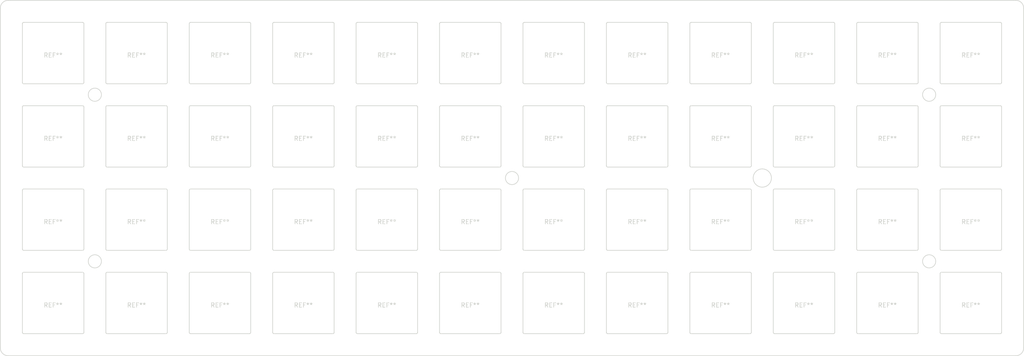
<source format=kicad_pcb>
(kicad_pcb (version 20171130) (host pcbnew 5.0.1)

  (general
    (thickness 1.6)
    (drawings 14)
    (tracks 0)
    (zones 0)
    (modules 48)
    (nets 1)
  )

  (page A4)
  (title_block
    (title SharkPCB)
    (date 2019-02-10)
    (rev V3.0.7)
    (company "Gondolin Electronics")
  )

  (layers
    (0 F.Cu signal)
    (31 B.Cu signal)
    (32 B.Adhes user hide)
    (33 F.Adhes user)
    (34 B.Paste user hide)
    (35 F.Paste user hide)
    (36 B.SilkS user)
    (37 F.SilkS user)
    (38 B.Mask user hide)
    (39 F.Mask user hide)
    (40 Dwgs.User user)
    (41 Cmts.User user)
    (42 Eco1.User user)
    (43 Eco2.User user)
    (44 Edge.Cuts user)
    (45 Margin user hide)
    (46 B.CrtYd user hide)
    (47 F.CrtYd user hide)
    (48 B.Fab user hide)
    (49 F.Fab user hide)
  )

  (setup
    (last_trace_width 0.254)
    (trace_clearance 0.13)
    (zone_clearance 0.127)
    (zone_45_only no)
    (trace_min 0.1)
    (segment_width 0.15)
    (edge_width 0.15)
    (via_size 0.45)
    (via_drill 0.2)
    (via_min_size 0.45)
    (via_min_drill 0.2)
    (uvia_size 0.45)
    (uvia_drill 0.2)
    (uvias_allowed no)
    (uvia_min_size 0.2)
    (uvia_min_drill 0.1)
    (pcb_text_width 0.3)
    (pcb_text_size 1.5 1.5)
    (mod_edge_width 0.15)
    (mod_text_size 1 1)
    (mod_text_width 0.15)
    (pad_size 1 2.2)
    (pad_drill 0.6)
    (pad_to_mask_clearance 0.051)
    (solder_mask_min_width 0.25)
    (aux_axis_origin 0 0)
    (grid_origin 148.463 102.743)
    (visible_elements FFFFFF7F)
    (pcbplotparams
      (layerselection 0x018f0_ffffffff)
      (usegerberextensions true)
      (usegerberattributes false)
      (usegerberadvancedattributes false)
      (creategerberjobfile false)
      (excludeedgelayer true)
      (linewidth 0.100000)
      (plotframeref false)
      (viasonmask false)
      (mode 1)
      (useauxorigin false)
      (hpglpennumber 1)
      (hpglpenspeed 20)
      (hpglpendiameter 15.000000)
      (psnegative false)
      (psa4output false)
      (plotreference true)
      (plotvalue true)
      (plotinvisibletext false)
      (padsonsilk false)
      (subtractmaskfromsilk false)
      (outputformat 1)
      (mirror false)
      (drillshape 0)
      (scaleselection 1)
      (outputdirectory "../../gerbers/fullGrid/"))
  )

  (net 0 "")

  (net_class Default "This is the default net class."
    (clearance 0.13)
    (trace_width 0.254)
    (via_dia 0.45)
    (via_drill 0.2)
    (uvia_dia 0.45)
    (uvia_drill 0.2)
  )

  (net_class Fine ""
    (clearance 0.13)
    (trace_width 0.13)
    (via_dia 0.508)
    (via_drill 0.2032)
    (uvia_dia 0.45)
    (uvia_drill 0.2)
  )

  (module switchSlots:slot100 (layer F.Cu) (tedit 5C648BB5) (tstamp 5C70FF96)
    (at 233.963 131.243)
    (fp_text reference REF** (at 0 0.5) (layer Edge.Cuts)
      (effects (font (size 1 1) (thickness 0.15)))
    )
    (fp_text value slot100 (at 0 -0.5) (layer F.Fab)
      (effects (font (size 1 1) (thickness 0.15)))
    )
    (fp_line (start 6.7 -7) (end -6.7 -7) (layer Edge.Cuts) (width 0.15))
    (fp_line (start -7 -6.7) (end -7 6.7) (layer Edge.Cuts) (width 0.15))
    (fp_line (start -6.7 7) (end 6.7 7) (layer Edge.Cuts) (width 0.15))
    (fp_line (start 7 6.7) (end 7 -6.7) (layer Edge.Cuts) (width 0.15))
    (fp_arc (start -6.7 -6.7) (end -6.7 -7) (angle -90) (layer Edge.Cuts) (width 0.15))
    (fp_arc (start 6.7 -6.7) (end 7 -6.7) (angle -90) (layer Edge.Cuts) (width 0.15))
    (fp_arc (start 6.7 6.7) (end 6.7 7) (angle -90) (layer Edge.Cuts) (width 0.15))
    (fp_arc (start -6.7 6.7) (end -7 6.7) (angle -90) (layer Edge.Cuts) (width 0.15))
  )

  (module switchSlots:slot100 (layer F.Cu) (tedit 5C648BB5) (tstamp 5C70FF8B)
    (at 233.963 112.243)
    (fp_text reference REF** (at 0 0.5) (layer Edge.Cuts)
      (effects (font (size 1 1) (thickness 0.15)))
    )
    (fp_text value slot100 (at 0 -0.5) (layer F.Fab)
      (effects (font (size 1 1) (thickness 0.15)))
    )
    (fp_arc (start -6.7 6.7) (end -7 6.7) (angle -90) (layer Edge.Cuts) (width 0.15))
    (fp_arc (start 6.7 6.7) (end 6.7 7) (angle -90) (layer Edge.Cuts) (width 0.15))
    (fp_arc (start 6.7 -6.7) (end 7 -6.7) (angle -90) (layer Edge.Cuts) (width 0.15))
    (fp_arc (start -6.7 -6.7) (end -6.7 -7) (angle -90) (layer Edge.Cuts) (width 0.15))
    (fp_line (start 7 6.7) (end 7 -6.7) (layer Edge.Cuts) (width 0.15))
    (fp_line (start -6.7 7) (end 6.7 7) (layer Edge.Cuts) (width 0.15))
    (fp_line (start -7 -6.7) (end -7 6.7) (layer Edge.Cuts) (width 0.15))
    (fp_line (start 6.7 -7) (end -6.7 -7) (layer Edge.Cuts) (width 0.15))
  )

  (module switchSlots:slot100 (layer F.Cu) (tedit 5C648BB5) (tstamp 5C70FF80)
    (at 233.963 74.243)
    (fp_text reference REF** (at 0 0.5) (layer Edge.Cuts)
      (effects (font (size 1 1) (thickness 0.15)))
    )
    (fp_text value slot100 (at 0 -0.5) (layer F.Fab)
      (effects (font (size 1 1) (thickness 0.15)))
    )
    (fp_line (start 6.7 -7) (end -6.7 -7) (layer Edge.Cuts) (width 0.15))
    (fp_line (start -7 -6.7) (end -7 6.7) (layer Edge.Cuts) (width 0.15))
    (fp_line (start -6.7 7) (end 6.7 7) (layer Edge.Cuts) (width 0.15))
    (fp_line (start 7 6.7) (end 7 -6.7) (layer Edge.Cuts) (width 0.15))
    (fp_arc (start -6.7 -6.7) (end -6.7 -7) (angle -90) (layer Edge.Cuts) (width 0.15))
    (fp_arc (start 6.7 -6.7) (end 7 -6.7) (angle -90) (layer Edge.Cuts) (width 0.15))
    (fp_arc (start 6.7 6.7) (end 6.7 7) (angle -90) (layer Edge.Cuts) (width 0.15))
    (fp_arc (start -6.7 6.7) (end -7 6.7) (angle -90) (layer Edge.Cuts) (width 0.15))
  )

  (module switchSlots:slot100 (layer F.Cu) (tedit 5C648BB5) (tstamp 5C70FDE6)
    (at 81.963 131.243)
    (fp_text reference REF** (at 0 0.5) (layer Edge.Cuts)
      (effects (font (size 1 1) (thickness 0.15)))
    )
    (fp_text value slot100 (at 0 -0.5) (layer F.Fab)
      (effects (font (size 1 1) (thickness 0.15)))
    )
    (fp_line (start 6.7 -7) (end -6.7 -7) (layer Edge.Cuts) (width 0.15))
    (fp_line (start -7 -6.7) (end -7 6.7) (layer Edge.Cuts) (width 0.15))
    (fp_line (start -6.7 7) (end 6.7 7) (layer Edge.Cuts) (width 0.15))
    (fp_line (start 7 6.7) (end 7 -6.7) (layer Edge.Cuts) (width 0.15))
    (fp_arc (start -6.7 -6.7) (end -6.7 -7) (angle -90) (layer Edge.Cuts) (width 0.15))
    (fp_arc (start 6.7 -6.7) (end 7 -6.7) (angle -90) (layer Edge.Cuts) (width 0.15))
    (fp_arc (start 6.7 6.7) (end 6.7 7) (angle -90) (layer Edge.Cuts) (width 0.15))
    (fp_arc (start -6.7 6.7) (end -7 6.7) (angle -90) (layer Edge.Cuts) (width 0.15))
  )

  (module switchSlots:slot100 (layer F.Cu) (tedit 5C648BB5) (tstamp 5C70FDDB)
    (at 252.963 131.243)
    (fp_text reference REF** (at 0 0.5) (layer Edge.Cuts)
      (effects (font (size 1 1) (thickness 0.15)))
    )
    (fp_text value slot100 (at 0 -0.5) (layer F.Fab)
      (effects (font (size 1 1) (thickness 0.15)))
    )
    (fp_arc (start -6.7 6.7) (end -7 6.7) (angle -90) (layer Edge.Cuts) (width 0.15))
    (fp_arc (start 6.7 6.7) (end 6.7 7) (angle -90) (layer Edge.Cuts) (width 0.15))
    (fp_arc (start 6.7 -6.7) (end 7 -6.7) (angle -90) (layer Edge.Cuts) (width 0.15))
    (fp_arc (start -6.7 -6.7) (end -6.7 -7) (angle -90) (layer Edge.Cuts) (width 0.15))
    (fp_line (start 7 6.7) (end 7 -6.7) (layer Edge.Cuts) (width 0.15))
    (fp_line (start -6.7 7) (end 6.7 7) (layer Edge.Cuts) (width 0.15))
    (fp_line (start -7 -6.7) (end -7 6.7) (layer Edge.Cuts) (width 0.15))
    (fp_line (start 6.7 -7) (end -6.7 -7) (layer Edge.Cuts) (width 0.15))
  )

  (module switchSlots:slot100 (layer F.Cu) (tedit 5C648BB5) (tstamp 5C70FDD0)
    (at 157.963 131.243)
    (fp_text reference REF** (at 0 0.5) (layer Edge.Cuts)
      (effects (font (size 1 1) (thickness 0.15)))
    )
    (fp_text value slot100 (at 0 -0.5) (layer F.Fab)
      (effects (font (size 1 1) (thickness 0.15)))
    )
    (fp_line (start 6.7 -7) (end -6.7 -7) (layer Edge.Cuts) (width 0.15))
    (fp_line (start -7 -6.7) (end -7 6.7) (layer Edge.Cuts) (width 0.15))
    (fp_line (start -6.7 7) (end 6.7 7) (layer Edge.Cuts) (width 0.15))
    (fp_line (start 7 6.7) (end 7 -6.7) (layer Edge.Cuts) (width 0.15))
    (fp_arc (start -6.7 -6.7) (end -6.7 -7) (angle -90) (layer Edge.Cuts) (width 0.15))
    (fp_arc (start 6.7 -6.7) (end 7 -6.7) (angle -90) (layer Edge.Cuts) (width 0.15))
    (fp_arc (start 6.7 6.7) (end 6.7 7) (angle -90) (layer Edge.Cuts) (width 0.15))
    (fp_arc (start -6.7 6.7) (end -7 6.7) (angle -90) (layer Edge.Cuts) (width 0.15))
  )

  (module switchSlots:slot100 (layer F.Cu) (tedit 5C648BB5) (tstamp 5C70FDC5)
    (at 195.963 131.243)
    (fp_text reference REF** (at 0 0.5) (layer Edge.Cuts)
      (effects (font (size 1 1) (thickness 0.15)))
    )
    (fp_text value slot100 (at 0 -0.5) (layer F.Fab)
      (effects (font (size 1 1) (thickness 0.15)))
    )
    (fp_line (start 6.7 -7) (end -6.7 -7) (layer Edge.Cuts) (width 0.15))
    (fp_line (start -7 -6.7) (end -7 6.7) (layer Edge.Cuts) (width 0.15))
    (fp_line (start -6.7 7) (end 6.7 7) (layer Edge.Cuts) (width 0.15))
    (fp_line (start 7 6.7) (end 7 -6.7) (layer Edge.Cuts) (width 0.15))
    (fp_arc (start -6.7 -6.7) (end -6.7 -7) (angle -90) (layer Edge.Cuts) (width 0.15))
    (fp_arc (start 6.7 -6.7) (end 7 -6.7) (angle -90) (layer Edge.Cuts) (width 0.15))
    (fp_arc (start 6.7 6.7) (end 6.7 7) (angle -90) (layer Edge.Cuts) (width 0.15))
    (fp_arc (start -6.7 6.7) (end -7 6.7) (angle -90) (layer Edge.Cuts) (width 0.15))
  )

  (module switchSlots:slot100 (layer F.Cu) (tedit 5C648BB5) (tstamp 5C70FDBA)
    (at 176.963 131.243)
    (fp_text reference REF** (at 0 0.5) (layer Edge.Cuts)
      (effects (font (size 1 1) (thickness 0.15)))
    )
    (fp_text value slot100 (at 0 -0.5) (layer F.Fab)
      (effects (font (size 1 1) (thickness 0.15)))
    )
    (fp_arc (start -6.7 6.7) (end -7 6.7) (angle -90) (layer Edge.Cuts) (width 0.15))
    (fp_arc (start 6.7 6.7) (end 6.7 7) (angle -90) (layer Edge.Cuts) (width 0.15))
    (fp_arc (start 6.7 -6.7) (end 7 -6.7) (angle -90) (layer Edge.Cuts) (width 0.15))
    (fp_arc (start -6.7 -6.7) (end -6.7 -7) (angle -90) (layer Edge.Cuts) (width 0.15))
    (fp_line (start 7 6.7) (end 7 -6.7) (layer Edge.Cuts) (width 0.15))
    (fp_line (start -6.7 7) (end 6.7 7) (layer Edge.Cuts) (width 0.15))
    (fp_line (start -7 -6.7) (end -7 6.7) (layer Edge.Cuts) (width 0.15))
    (fp_line (start 6.7 -7) (end -6.7 -7) (layer Edge.Cuts) (width 0.15))
  )

  (module switchSlots:slot100 (layer F.Cu) (tedit 5C648BB5) (tstamp 5C70FDAF)
    (at 138.963 131.243)
    (fp_text reference REF** (at 0 0.5) (layer Edge.Cuts)
      (effects (font (size 1 1) (thickness 0.15)))
    )
    (fp_text value slot100 (at 0 -0.5) (layer F.Fab)
      (effects (font (size 1 1) (thickness 0.15)))
    )
    (fp_arc (start -6.7 6.7) (end -7 6.7) (angle -90) (layer Edge.Cuts) (width 0.15))
    (fp_arc (start 6.7 6.7) (end 6.7 7) (angle -90) (layer Edge.Cuts) (width 0.15))
    (fp_arc (start 6.7 -6.7) (end 7 -6.7) (angle -90) (layer Edge.Cuts) (width 0.15))
    (fp_arc (start -6.7 -6.7) (end -6.7 -7) (angle -90) (layer Edge.Cuts) (width 0.15))
    (fp_line (start 7 6.7) (end 7 -6.7) (layer Edge.Cuts) (width 0.15))
    (fp_line (start -6.7 7) (end 6.7 7) (layer Edge.Cuts) (width 0.15))
    (fp_line (start -7 -6.7) (end -7 6.7) (layer Edge.Cuts) (width 0.15))
    (fp_line (start 6.7 -7) (end -6.7 -7) (layer Edge.Cuts) (width 0.15))
  )

  (module switchSlots:slot100 (layer F.Cu) (tedit 5C648BB5) (tstamp 5C70FDA4)
    (at 100.963 131.243)
    (fp_text reference REF** (at 0 0.5) (layer Edge.Cuts)
      (effects (font (size 1 1) (thickness 0.15)))
    )
    (fp_text value slot100 (at 0 -0.5) (layer F.Fab)
      (effects (font (size 1 1) (thickness 0.15)))
    )
    (fp_arc (start -6.7 6.7) (end -7 6.7) (angle -90) (layer Edge.Cuts) (width 0.15))
    (fp_arc (start 6.7 6.7) (end 6.7 7) (angle -90) (layer Edge.Cuts) (width 0.15))
    (fp_arc (start 6.7 -6.7) (end 7 -6.7) (angle -90) (layer Edge.Cuts) (width 0.15))
    (fp_arc (start -6.7 -6.7) (end -6.7 -7) (angle -90) (layer Edge.Cuts) (width 0.15))
    (fp_line (start 7 6.7) (end 7 -6.7) (layer Edge.Cuts) (width 0.15))
    (fp_line (start -6.7 7) (end 6.7 7) (layer Edge.Cuts) (width 0.15))
    (fp_line (start -7 -6.7) (end -7 6.7) (layer Edge.Cuts) (width 0.15))
    (fp_line (start 6.7 -7) (end -6.7 -7) (layer Edge.Cuts) (width 0.15))
  )

  (module switchSlots:slot100 (layer F.Cu) (tedit 5C648BB5) (tstamp 5C70FD99)
    (at 119.963 131.243)
    (fp_text reference REF** (at 0 0.5) (layer Edge.Cuts)
      (effects (font (size 1 1) (thickness 0.15)))
    )
    (fp_text value slot100 (at 0 -0.5) (layer F.Fab)
      (effects (font (size 1 1) (thickness 0.15)))
    )
    (fp_line (start 6.7 -7) (end -6.7 -7) (layer Edge.Cuts) (width 0.15))
    (fp_line (start -7 -6.7) (end -7 6.7) (layer Edge.Cuts) (width 0.15))
    (fp_line (start -6.7 7) (end 6.7 7) (layer Edge.Cuts) (width 0.15))
    (fp_line (start 7 6.7) (end 7 -6.7) (layer Edge.Cuts) (width 0.15))
    (fp_arc (start -6.7 -6.7) (end -6.7 -7) (angle -90) (layer Edge.Cuts) (width 0.15))
    (fp_arc (start 6.7 -6.7) (end 7 -6.7) (angle -90) (layer Edge.Cuts) (width 0.15))
    (fp_arc (start 6.7 6.7) (end 6.7 7) (angle -90) (layer Edge.Cuts) (width 0.15))
    (fp_arc (start -6.7 6.7) (end -7 6.7) (angle -90) (layer Edge.Cuts) (width 0.15))
  )

  (module switchSlots:slot100 (layer F.Cu) (tedit 5C648BB5) (tstamp 5C70FD8E)
    (at 214.963 131.243)
    (fp_text reference REF** (at 0 0.5) (layer Edge.Cuts)
      (effects (font (size 1 1) (thickness 0.15)))
    )
    (fp_text value slot100 (at 0 -0.5) (layer F.Fab)
      (effects (font (size 1 1) (thickness 0.15)))
    )
    (fp_arc (start -6.7 6.7) (end -7 6.7) (angle -90) (layer Edge.Cuts) (width 0.15))
    (fp_arc (start 6.7 6.7) (end 6.7 7) (angle -90) (layer Edge.Cuts) (width 0.15))
    (fp_arc (start 6.7 -6.7) (end 7 -6.7) (angle -90) (layer Edge.Cuts) (width 0.15))
    (fp_arc (start -6.7 -6.7) (end -6.7 -7) (angle -90) (layer Edge.Cuts) (width 0.15))
    (fp_line (start 7 6.7) (end 7 -6.7) (layer Edge.Cuts) (width 0.15))
    (fp_line (start -6.7 7) (end 6.7 7) (layer Edge.Cuts) (width 0.15))
    (fp_line (start -7 -6.7) (end -7 6.7) (layer Edge.Cuts) (width 0.15))
    (fp_line (start 6.7 -7) (end -6.7 -7) (layer Edge.Cuts) (width 0.15))
  )

  (module switchSlots:slot100 (layer F.Cu) (tedit 5C648BB5) (tstamp 5C70FD83)
    (at 62.963 131.243)
    (fp_text reference REF** (at 0 0.5) (layer Edge.Cuts)
      (effects (font (size 1 1) (thickness 0.15)))
    )
    (fp_text value slot100 (at 0 -0.5) (layer F.Fab)
      (effects (font (size 1 1) (thickness 0.15)))
    )
    (fp_arc (start -6.7 6.7) (end -7 6.7) (angle -90) (layer Edge.Cuts) (width 0.15))
    (fp_arc (start 6.7 6.7) (end 6.7 7) (angle -90) (layer Edge.Cuts) (width 0.15))
    (fp_arc (start 6.7 -6.7) (end 7 -6.7) (angle -90) (layer Edge.Cuts) (width 0.15))
    (fp_arc (start -6.7 -6.7) (end -6.7 -7) (angle -90) (layer Edge.Cuts) (width 0.15))
    (fp_line (start 7 6.7) (end 7 -6.7) (layer Edge.Cuts) (width 0.15))
    (fp_line (start -6.7 7) (end 6.7 7) (layer Edge.Cuts) (width 0.15))
    (fp_line (start -7 -6.7) (end -7 6.7) (layer Edge.Cuts) (width 0.15))
    (fp_line (start 6.7 -7) (end -6.7 -7) (layer Edge.Cuts) (width 0.15))
  )

  (module switchSlots:slot100 (layer F.Cu) (tedit 5C648BB5) (tstamp 5C70FD78)
    (at 43.963 131.243)
    (fp_text reference REF** (at 0 0.5) (layer Edge.Cuts)
      (effects (font (size 1 1) (thickness 0.15)))
    )
    (fp_text value slot100 (at 0 -0.5) (layer F.Fab)
      (effects (font (size 1 1) (thickness 0.15)))
    )
    (fp_line (start 6.7 -7) (end -6.7 -7) (layer Edge.Cuts) (width 0.15))
    (fp_line (start -7 -6.7) (end -7 6.7) (layer Edge.Cuts) (width 0.15))
    (fp_line (start -6.7 7) (end 6.7 7) (layer Edge.Cuts) (width 0.15))
    (fp_line (start 7 6.7) (end 7 -6.7) (layer Edge.Cuts) (width 0.15))
    (fp_arc (start -6.7 -6.7) (end -6.7 -7) (angle -90) (layer Edge.Cuts) (width 0.15))
    (fp_arc (start 6.7 -6.7) (end 7 -6.7) (angle -90) (layer Edge.Cuts) (width 0.15))
    (fp_arc (start 6.7 6.7) (end 6.7 7) (angle -90) (layer Edge.Cuts) (width 0.15))
    (fp_arc (start -6.7 6.7) (end -7 6.7) (angle -90) (layer Edge.Cuts) (width 0.15))
  )

  (module switchSlots:slot100 (layer F.Cu) (tedit 5C648BB5) (tstamp 5C70FCF4)
    (at 195.963 112.243)
    (fp_text reference REF** (at 0 0.5) (layer Edge.Cuts)
      (effects (font (size 1 1) (thickness 0.15)))
    )
    (fp_text value slot100 (at 0 -0.5) (layer F.Fab)
      (effects (font (size 1 1) (thickness 0.15)))
    )
    (fp_arc (start -6.7 6.7) (end -7 6.7) (angle -90) (layer Edge.Cuts) (width 0.15))
    (fp_arc (start 6.7 6.7) (end 6.7 7) (angle -90) (layer Edge.Cuts) (width 0.15))
    (fp_arc (start 6.7 -6.7) (end 7 -6.7) (angle -90) (layer Edge.Cuts) (width 0.15))
    (fp_arc (start -6.7 -6.7) (end -6.7 -7) (angle -90) (layer Edge.Cuts) (width 0.15))
    (fp_line (start 7 6.7) (end 7 -6.7) (layer Edge.Cuts) (width 0.15))
    (fp_line (start -6.7 7) (end 6.7 7) (layer Edge.Cuts) (width 0.15))
    (fp_line (start -7 -6.7) (end -7 6.7) (layer Edge.Cuts) (width 0.15))
    (fp_line (start 6.7 -7) (end -6.7 -7) (layer Edge.Cuts) (width 0.15))
  )

  (module switchSlots:slot100 (layer F.Cu) (tedit 5C648BB5) (tstamp 5C70FCE9)
    (at 252.963 112.243)
    (fp_text reference REF** (at 0 0.5) (layer Edge.Cuts)
      (effects (font (size 1 1) (thickness 0.15)))
    )
    (fp_text value slot100 (at 0 -0.5) (layer F.Fab)
      (effects (font (size 1 1) (thickness 0.15)))
    )
    (fp_line (start 6.7 -7) (end -6.7 -7) (layer Edge.Cuts) (width 0.15))
    (fp_line (start -7 -6.7) (end -7 6.7) (layer Edge.Cuts) (width 0.15))
    (fp_line (start -6.7 7) (end 6.7 7) (layer Edge.Cuts) (width 0.15))
    (fp_line (start 7 6.7) (end 7 -6.7) (layer Edge.Cuts) (width 0.15))
    (fp_arc (start -6.7 -6.7) (end -6.7 -7) (angle -90) (layer Edge.Cuts) (width 0.15))
    (fp_arc (start 6.7 -6.7) (end 7 -6.7) (angle -90) (layer Edge.Cuts) (width 0.15))
    (fp_arc (start 6.7 6.7) (end 6.7 7) (angle -90) (layer Edge.Cuts) (width 0.15))
    (fp_arc (start -6.7 6.7) (end -7 6.7) (angle -90) (layer Edge.Cuts) (width 0.15))
  )

  (module switchSlots:slot100 (layer F.Cu) (tedit 5C648BB5) (tstamp 5C70FCDE)
    (at 81.963 112.243)
    (fp_text reference REF** (at 0 0.5) (layer Edge.Cuts)
      (effects (font (size 1 1) (thickness 0.15)))
    )
    (fp_text value slot100 (at 0 -0.5) (layer F.Fab)
      (effects (font (size 1 1) (thickness 0.15)))
    )
    (fp_arc (start -6.7 6.7) (end -7 6.7) (angle -90) (layer Edge.Cuts) (width 0.15))
    (fp_arc (start 6.7 6.7) (end 6.7 7) (angle -90) (layer Edge.Cuts) (width 0.15))
    (fp_arc (start 6.7 -6.7) (end 7 -6.7) (angle -90) (layer Edge.Cuts) (width 0.15))
    (fp_arc (start -6.7 -6.7) (end -6.7 -7) (angle -90) (layer Edge.Cuts) (width 0.15))
    (fp_line (start 7 6.7) (end 7 -6.7) (layer Edge.Cuts) (width 0.15))
    (fp_line (start -6.7 7) (end 6.7 7) (layer Edge.Cuts) (width 0.15))
    (fp_line (start -7 -6.7) (end -7 6.7) (layer Edge.Cuts) (width 0.15))
    (fp_line (start 6.7 -7) (end -6.7 -7) (layer Edge.Cuts) (width 0.15))
  )

  (module switchSlots:slot100 (layer F.Cu) (tedit 5C648BB5) (tstamp 5C70FCD3)
    (at 176.963 112.243)
    (fp_text reference REF** (at 0 0.5) (layer Edge.Cuts)
      (effects (font (size 1 1) (thickness 0.15)))
    )
    (fp_text value slot100 (at 0 -0.5) (layer F.Fab)
      (effects (font (size 1 1) (thickness 0.15)))
    )
    (fp_line (start 6.7 -7) (end -6.7 -7) (layer Edge.Cuts) (width 0.15))
    (fp_line (start -7 -6.7) (end -7 6.7) (layer Edge.Cuts) (width 0.15))
    (fp_line (start -6.7 7) (end 6.7 7) (layer Edge.Cuts) (width 0.15))
    (fp_line (start 7 6.7) (end 7 -6.7) (layer Edge.Cuts) (width 0.15))
    (fp_arc (start -6.7 -6.7) (end -6.7 -7) (angle -90) (layer Edge.Cuts) (width 0.15))
    (fp_arc (start 6.7 -6.7) (end 7 -6.7) (angle -90) (layer Edge.Cuts) (width 0.15))
    (fp_arc (start 6.7 6.7) (end 6.7 7) (angle -90) (layer Edge.Cuts) (width 0.15))
    (fp_arc (start -6.7 6.7) (end -7 6.7) (angle -90) (layer Edge.Cuts) (width 0.15))
  )

  (module switchSlots:slot100 (layer F.Cu) (tedit 5C648BB5) (tstamp 5C70FCC8)
    (at 62.963 112.243)
    (fp_text reference REF** (at 0 0.5) (layer Edge.Cuts)
      (effects (font (size 1 1) (thickness 0.15)))
    )
    (fp_text value slot100 (at 0 -0.5) (layer F.Fab)
      (effects (font (size 1 1) (thickness 0.15)))
    )
    (fp_line (start 6.7 -7) (end -6.7 -7) (layer Edge.Cuts) (width 0.15))
    (fp_line (start -7 -6.7) (end -7 6.7) (layer Edge.Cuts) (width 0.15))
    (fp_line (start -6.7 7) (end 6.7 7) (layer Edge.Cuts) (width 0.15))
    (fp_line (start 7 6.7) (end 7 -6.7) (layer Edge.Cuts) (width 0.15))
    (fp_arc (start -6.7 -6.7) (end -6.7 -7) (angle -90) (layer Edge.Cuts) (width 0.15))
    (fp_arc (start 6.7 -6.7) (end 7 -6.7) (angle -90) (layer Edge.Cuts) (width 0.15))
    (fp_arc (start 6.7 6.7) (end 6.7 7) (angle -90) (layer Edge.Cuts) (width 0.15))
    (fp_arc (start -6.7 6.7) (end -7 6.7) (angle -90) (layer Edge.Cuts) (width 0.15))
  )

  (module switchSlots:slot100 (layer F.Cu) (tedit 5C648BB5) (tstamp 5C70FCBD)
    (at 43.963 112.243)
    (fp_text reference REF** (at 0 0.5) (layer Edge.Cuts)
      (effects (font (size 1 1) (thickness 0.15)))
    )
    (fp_text value slot100 (at 0 -0.5) (layer F.Fab)
      (effects (font (size 1 1) (thickness 0.15)))
    )
    (fp_arc (start -6.7 6.7) (end -7 6.7) (angle -90) (layer Edge.Cuts) (width 0.15))
    (fp_arc (start 6.7 6.7) (end 6.7 7) (angle -90) (layer Edge.Cuts) (width 0.15))
    (fp_arc (start 6.7 -6.7) (end 7 -6.7) (angle -90) (layer Edge.Cuts) (width 0.15))
    (fp_arc (start -6.7 -6.7) (end -6.7 -7) (angle -90) (layer Edge.Cuts) (width 0.15))
    (fp_line (start 7 6.7) (end 7 -6.7) (layer Edge.Cuts) (width 0.15))
    (fp_line (start -6.7 7) (end 6.7 7) (layer Edge.Cuts) (width 0.15))
    (fp_line (start -7 -6.7) (end -7 6.7) (layer Edge.Cuts) (width 0.15))
    (fp_line (start 6.7 -7) (end -6.7 -7) (layer Edge.Cuts) (width 0.15))
  )

  (module switchSlots:slot100 (layer F.Cu) (tedit 5C648BB5) (tstamp 5C70FCB2)
    (at 138.963 112.243)
    (fp_text reference REF** (at 0 0.5) (layer Edge.Cuts)
      (effects (font (size 1 1) (thickness 0.15)))
    )
    (fp_text value slot100 (at 0 -0.5) (layer F.Fab)
      (effects (font (size 1 1) (thickness 0.15)))
    )
    (fp_line (start 6.7 -7) (end -6.7 -7) (layer Edge.Cuts) (width 0.15))
    (fp_line (start -7 -6.7) (end -7 6.7) (layer Edge.Cuts) (width 0.15))
    (fp_line (start -6.7 7) (end 6.7 7) (layer Edge.Cuts) (width 0.15))
    (fp_line (start 7 6.7) (end 7 -6.7) (layer Edge.Cuts) (width 0.15))
    (fp_arc (start -6.7 -6.7) (end -6.7 -7) (angle -90) (layer Edge.Cuts) (width 0.15))
    (fp_arc (start 6.7 -6.7) (end 7 -6.7) (angle -90) (layer Edge.Cuts) (width 0.15))
    (fp_arc (start 6.7 6.7) (end 6.7 7) (angle -90) (layer Edge.Cuts) (width 0.15))
    (fp_arc (start -6.7 6.7) (end -7 6.7) (angle -90) (layer Edge.Cuts) (width 0.15))
  )

  (module switchSlots:slot100 (layer F.Cu) (tedit 5C648BB5) (tstamp 5C70FCA7)
    (at 157.963 112.243)
    (fp_text reference REF** (at 0 0.5) (layer Edge.Cuts)
      (effects (font (size 1 1) (thickness 0.15)))
    )
    (fp_text value slot100 (at 0 -0.5) (layer F.Fab)
      (effects (font (size 1 1) (thickness 0.15)))
    )
    (fp_arc (start -6.7 6.7) (end -7 6.7) (angle -90) (layer Edge.Cuts) (width 0.15))
    (fp_arc (start 6.7 6.7) (end 6.7 7) (angle -90) (layer Edge.Cuts) (width 0.15))
    (fp_arc (start 6.7 -6.7) (end 7 -6.7) (angle -90) (layer Edge.Cuts) (width 0.15))
    (fp_arc (start -6.7 -6.7) (end -6.7 -7) (angle -90) (layer Edge.Cuts) (width 0.15))
    (fp_line (start 7 6.7) (end 7 -6.7) (layer Edge.Cuts) (width 0.15))
    (fp_line (start -6.7 7) (end 6.7 7) (layer Edge.Cuts) (width 0.15))
    (fp_line (start -7 -6.7) (end -7 6.7) (layer Edge.Cuts) (width 0.15))
    (fp_line (start 6.7 -7) (end -6.7 -7) (layer Edge.Cuts) (width 0.15))
  )

  (module switchSlots:slot100 (layer F.Cu) (tedit 5C648BB5) (tstamp 5C70FC9C)
    (at 100.963 112.243)
    (fp_text reference REF** (at 0 0.5) (layer Edge.Cuts)
      (effects (font (size 1 1) (thickness 0.15)))
    )
    (fp_text value slot100 (at 0 -0.5) (layer F.Fab)
      (effects (font (size 1 1) (thickness 0.15)))
    )
    (fp_line (start 6.7 -7) (end -6.7 -7) (layer Edge.Cuts) (width 0.15))
    (fp_line (start -7 -6.7) (end -7 6.7) (layer Edge.Cuts) (width 0.15))
    (fp_line (start -6.7 7) (end 6.7 7) (layer Edge.Cuts) (width 0.15))
    (fp_line (start 7 6.7) (end 7 -6.7) (layer Edge.Cuts) (width 0.15))
    (fp_arc (start -6.7 -6.7) (end -6.7 -7) (angle -90) (layer Edge.Cuts) (width 0.15))
    (fp_arc (start 6.7 -6.7) (end 7 -6.7) (angle -90) (layer Edge.Cuts) (width 0.15))
    (fp_arc (start 6.7 6.7) (end 6.7 7) (angle -90) (layer Edge.Cuts) (width 0.15))
    (fp_arc (start -6.7 6.7) (end -7 6.7) (angle -90) (layer Edge.Cuts) (width 0.15))
  )

  (module switchSlots:slot100 (layer F.Cu) (tedit 5C648BB5) (tstamp 5C70FC91)
    (at 214.963 112.243)
    (fp_text reference REF** (at 0 0.5) (layer Edge.Cuts)
      (effects (font (size 1 1) (thickness 0.15)))
    )
    (fp_text value slot100 (at 0 -0.5) (layer F.Fab)
      (effects (font (size 1 1) (thickness 0.15)))
    )
    (fp_line (start 6.7 -7) (end -6.7 -7) (layer Edge.Cuts) (width 0.15))
    (fp_line (start -7 -6.7) (end -7 6.7) (layer Edge.Cuts) (width 0.15))
    (fp_line (start -6.7 7) (end 6.7 7) (layer Edge.Cuts) (width 0.15))
    (fp_line (start 7 6.7) (end 7 -6.7) (layer Edge.Cuts) (width 0.15))
    (fp_arc (start -6.7 -6.7) (end -6.7 -7) (angle -90) (layer Edge.Cuts) (width 0.15))
    (fp_arc (start 6.7 -6.7) (end 7 -6.7) (angle -90) (layer Edge.Cuts) (width 0.15))
    (fp_arc (start 6.7 6.7) (end 6.7 7) (angle -90) (layer Edge.Cuts) (width 0.15))
    (fp_arc (start -6.7 6.7) (end -7 6.7) (angle -90) (layer Edge.Cuts) (width 0.15))
  )

  (module switchSlots:slot100 (layer F.Cu) (tedit 5C648BB5) (tstamp 5C70FC86)
    (at 119.963 112.243)
    (fp_text reference REF** (at 0 0.5) (layer Edge.Cuts)
      (effects (font (size 1 1) (thickness 0.15)))
    )
    (fp_text value slot100 (at 0 -0.5) (layer F.Fab)
      (effects (font (size 1 1) (thickness 0.15)))
    )
    (fp_arc (start -6.7 6.7) (end -7 6.7) (angle -90) (layer Edge.Cuts) (width 0.15))
    (fp_arc (start 6.7 6.7) (end 6.7 7) (angle -90) (layer Edge.Cuts) (width 0.15))
    (fp_arc (start 6.7 -6.7) (end 7 -6.7) (angle -90) (layer Edge.Cuts) (width 0.15))
    (fp_arc (start -6.7 -6.7) (end -6.7 -7) (angle -90) (layer Edge.Cuts) (width 0.15))
    (fp_line (start 7 6.7) (end 7 -6.7) (layer Edge.Cuts) (width 0.15))
    (fp_line (start -6.7 7) (end 6.7 7) (layer Edge.Cuts) (width 0.15))
    (fp_line (start -7 -6.7) (end -7 6.7) (layer Edge.Cuts) (width 0.15))
    (fp_line (start 6.7 -7) (end -6.7 -7) (layer Edge.Cuts) (width 0.15))
  )

  (module switchSlots:slot100 (layer F.Cu) (tedit 5C648BB5) (tstamp 5C70FC02)
    (at 119.963 74.243)
    (fp_text reference REF** (at 0 0.5) (layer Edge.Cuts)
      (effects (font (size 1 1) (thickness 0.15)))
    )
    (fp_text value slot100 (at 0 -0.5) (layer F.Fab)
      (effects (font (size 1 1) (thickness 0.15)))
    )
    (fp_line (start 6.7 -7) (end -6.7 -7) (layer Edge.Cuts) (width 0.15))
    (fp_line (start -7 -6.7) (end -7 6.7) (layer Edge.Cuts) (width 0.15))
    (fp_line (start -6.7 7) (end 6.7 7) (layer Edge.Cuts) (width 0.15))
    (fp_line (start 7 6.7) (end 7 -6.7) (layer Edge.Cuts) (width 0.15))
    (fp_arc (start -6.7 -6.7) (end -6.7 -7) (angle -90) (layer Edge.Cuts) (width 0.15))
    (fp_arc (start 6.7 -6.7) (end 7 -6.7) (angle -90) (layer Edge.Cuts) (width 0.15))
    (fp_arc (start 6.7 6.7) (end 6.7 7) (angle -90) (layer Edge.Cuts) (width 0.15))
    (fp_arc (start -6.7 6.7) (end -7 6.7) (angle -90) (layer Edge.Cuts) (width 0.15))
  )

  (module switchSlots:slot100 (layer F.Cu) (tedit 5C648BB5) (tstamp 5C70FBF7)
    (at 157.963 74.243)
    (fp_text reference REF** (at 0 0.5) (layer Edge.Cuts)
      (effects (font (size 1 1) (thickness 0.15)))
    )
    (fp_text value slot100 (at 0 -0.5) (layer F.Fab)
      (effects (font (size 1 1) (thickness 0.15)))
    )
    (fp_line (start 6.7 -7) (end -6.7 -7) (layer Edge.Cuts) (width 0.15))
    (fp_line (start -7 -6.7) (end -7 6.7) (layer Edge.Cuts) (width 0.15))
    (fp_line (start -6.7 7) (end 6.7 7) (layer Edge.Cuts) (width 0.15))
    (fp_line (start 7 6.7) (end 7 -6.7) (layer Edge.Cuts) (width 0.15))
    (fp_arc (start -6.7 -6.7) (end -6.7 -7) (angle -90) (layer Edge.Cuts) (width 0.15))
    (fp_arc (start 6.7 -6.7) (end 7 -6.7) (angle -90) (layer Edge.Cuts) (width 0.15))
    (fp_arc (start 6.7 6.7) (end 6.7 7) (angle -90) (layer Edge.Cuts) (width 0.15))
    (fp_arc (start -6.7 6.7) (end -7 6.7) (angle -90) (layer Edge.Cuts) (width 0.15))
  )

  (module switchSlots:slot100 (layer F.Cu) (tedit 5C648BB5) (tstamp 5C70FBEC)
    (at 138.963 74.243)
    (fp_text reference REF** (at 0 0.5) (layer Edge.Cuts)
      (effects (font (size 1 1) (thickness 0.15)))
    )
    (fp_text value slot100 (at 0 -0.5) (layer F.Fab)
      (effects (font (size 1 1) (thickness 0.15)))
    )
    (fp_arc (start -6.7 6.7) (end -7 6.7) (angle -90) (layer Edge.Cuts) (width 0.15))
    (fp_arc (start 6.7 6.7) (end 6.7 7) (angle -90) (layer Edge.Cuts) (width 0.15))
    (fp_arc (start 6.7 -6.7) (end 7 -6.7) (angle -90) (layer Edge.Cuts) (width 0.15))
    (fp_arc (start -6.7 -6.7) (end -6.7 -7) (angle -90) (layer Edge.Cuts) (width 0.15))
    (fp_line (start 7 6.7) (end 7 -6.7) (layer Edge.Cuts) (width 0.15))
    (fp_line (start -6.7 7) (end 6.7 7) (layer Edge.Cuts) (width 0.15))
    (fp_line (start -7 -6.7) (end -7 6.7) (layer Edge.Cuts) (width 0.15))
    (fp_line (start 6.7 -7) (end -6.7 -7) (layer Edge.Cuts) (width 0.15))
  )

  (module switchSlots:slot100 (layer F.Cu) (tedit 5C648BB5) (tstamp 5C70FBE1)
    (at 100.963 74.243)
    (fp_text reference REF** (at 0 0.5) (layer Edge.Cuts)
      (effects (font (size 1 1) (thickness 0.15)))
    )
    (fp_text value slot100 (at 0 -0.5) (layer F.Fab)
      (effects (font (size 1 1) (thickness 0.15)))
    )
    (fp_arc (start -6.7 6.7) (end -7 6.7) (angle -90) (layer Edge.Cuts) (width 0.15))
    (fp_arc (start 6.7 6.7) (end 6.7 7) (angle -90) (layer Edge.Cuts) (width 0.15))
    (fp_arc (start 6.7 -6.7) (end 7 -6.7) (angle -90) (layer Edge.Cuts) (width 0.15))
    (fp_arc (start -6.7 -6.7) (end -6.7 -7) (angle -90) (layer Edge.Cuts) (width 0.15))
    (fp_line (start 7 6.7) (end 7 -6.7) (layer Edge.Cuts) (width 0.15))
    (fp_line (start -6.7 7) (end 6.7 7) (layer Edge.Cuts) (width 0.15))
    (fp_line (start -7 -6.7) (end -7 6.7) (layer Edge.Cuts) (width 0.15))
    (fp_line (start 6.7 -7) (end -6.7 -7) (layer Edge.Cuts) (width 0.15))
  )

  (module switchSlots:slot100 (layer F.Cu) (tedit 5C648BB5) (tstamp 5C70FBD6)
    (at 195.963 74.243)
    (fp_text reference REF** (at 0 0.5) (layer Edge.Cuts)
      (effects (font (size 1 1) (thickness 0.15)))
    )
    (fp_text value slot100 (at 0 -0.5) (layer F.Fab)
      (effects (font (size 1 1) (thickness 0.15)))
    )
    (fp_line (start 6.7 -7) (end -6.7 -7) (layer Edge.Cuts) (width 0.15))
    (fp_line (start -7 -6.7) (end -7 6.7) (layer Edge.Cuts) (width 0.15))
    (fp_line (start -6.7 7) (end 6.7 7) (layer Edge.Cuts) (width 0.15))
    (fp_line (start 7 6.7) (end 7 -6.7) (layer Edge.Cuts) (width 0.15))
    (fp_arc (start -6.7 -6.7) (end -6.7 -7) (angle -90) (layer Edge.Cuts) (width 0.15))
    (fp_arc (start 6.7 -6.7) (end 7 -6.7) (angle -90) (layer Edge.Cuts) (width 0.15))
    (fp_arc (start 6.7 6.7) (end 6.7 7) (angle -90) (layer Edge.Cuts) (width 0.15))
    (fp_arc (start -6.7 6.7) (end -7 6.7) (angle -90) (layer Edge.Cuts) (width 0.15))
  )

  (module switchSlots:slot100 (layer F.Cu) (tedit 5C648BB5) (tstamp 5C70FBCB)
    (at 176.963 74.243)
    (fp_text reference REF** (at 0 0.5) (layer Edge.Cuts)
      (effects (font (size 1 1) (thickness 0.15)))
    )
    (fp_text value slot100 (at 0 -0.5) (layer F.Fab)
      (effects (font (size 1 1) (thickness 0.15)))
    )
    (fp_arc (start -6.7 6.7) (end -7 6.7) (angle -90) (layer Edge.Cuts) (width 0.15))
    (fp_arc (start 6.7 6.7) (end 6.7 7) (angle -90) (layer Edge.Cuts) (width 0.15))
    (fp_arc (start 6.7 -6.7) (end 7 -6.7) (angle -90) (layer Edge.Cuts) (width 0.15))
    (fp_arc (start -6.7 -6.7) (end -6.7 -7) (angle -90) (layer Edge.Cuts) (width 0.15))
    (fp_line (start 7 6.7) (end 7 -6.7) (layer Edge.Cuts) (width 0.15))
    (fp_line (start -6.7 7) (end 6.7 7) (layer Edge.Cuts) (width 0.15))
    (fp_line (start -7 -6.7) (end -7 6.7) (layer Edge.Cuts) (width 0.15))
    (fp_line (start 6.7 -7) (end -6.7 -7) (layer Edge.Cuts) (width 0.15))
  )

  (module switchSlots:slot100 (layer F.Cu) (tedit 5C648BB5) (tstamp 5C70FBC0)
    (at 252.963 74.243)
    (fp_text reference REF** (at 0 0.5) (layer Edge.Cuts)
      (effects (font (size 1 1) (thickness 0.15)))
    )
    (fp_text value slot100 (at 0 -0.5) (layer F.Fab)
      (effects (font (size 1 1) (thickness 0.15)))
    )
    (fp_arc (start -6.7 6.7) (end -7 6.7) (angle -90) (layer Edge.Cuts) (width 0.15))
    (fp_arc (start 6.7 6.7) (end 6.7 7) (angle -90) (layer Edge.Cuts) (width 0.15))
    (fp_arc (start 6.7 -6.7) (end 7 -6.7) (angle -90) (layer Edge.Cuts) (width 0.15))
    (fp_arc (start -6.7 -6.7) (end -6.7 -7) (angle -90) (layer Edge.Cuts) (width 0.15))
    (fp_line (start 7 6.7) (end 7 -6.7) (layer Edge.Cuts) (width 0.15))
    (fp_line (start -6.7 7) (end 6.7 7) (layer Edge.Cuts) (width 0.15))
    (fp_line (start -7 -6.7) (end -7 6.7) (layer Edge.Cuts) (width 0.15))
    (fp_line (start 6.7 -7) (end -6.7 -7) (layer Edge.Cuts) (width 0.15))
  )

  (module switchSlots:slot100 (layer F.Cu) (tedit 5C648BB5) (tstamp 5C70FBB5)
    (at 81.963 74.243)
    (fp_text reference REF** (at 0 0.5) (layer Edge.Cuts)
      (effects (font (size 1 1) (thickness 0.15)))
    )
    (fp_text value slot100 (at 0 -0.5) (layer F.Fab)
      (effects (font (size 1 1) (thickness 0.15)))
    )
    (fp_line (start 6.7 -7) (end -6.7 -7) (layer Edge.Cuts) (width 0.15))
    (fp_line (start -7 -6.7) (end -7 6.7) (layer Edge.Cuts) (width 0.15))
    (fp_line (start -6.7 7) (end 6.7 7) (layer Edge.Cuts) (width 0.15))
    (fp_line (start 7 6.7) (end 7 -6.7) (layer Edge.Cuts) (width 0.15))
    (fp_arc (start -6.7 -6.7) (end -6.7 -7) (angle -90) (layer Edge.Cuts) (width 0.15))
    (fp_arc (start 6.7 -6.7) (end 7 -6.7) (angle -90) (layer Edge.Cuts) (width 0.15))
    (fp_arc (start 6.7 6.7) (end 6.7 7) (angle -90) (layer Edge.Cuts) (width 0.15))
    (fp_arc (start -6.7 6.7) (end -7 6.7) (angle -90) (layer Edge.Cuts) (width 0.15))
  )

  (module switchSlots:slot100 (layer F.Cu) (tedit 5C648BB5) (tstamp 5C70FBAA)
    (at 62.963 74.243)
    (fp_text reference REF** (at 0 0.5) (layer Edge.Cuts)
      (effects (font (size 1 1) (thickness 0.15)))
    )
    (fp_text value slot100 (at 0 -0.5) (layer F.Fab)
      (effects (font (size 1 1) (thickness 0.15)))
    )
    (fp_arc (start -6.7 6.7) (end -7 6.7) (angle -90) (layer Edge.Cuts) (width 0.15))
    (fp_arc (start 6.7 6.7) (end 6.7 7) (angle -90) (layer Edge.Cuts) (width 0.15))
    (fp_arc (start 6.7 -6.7) (end 7 -6.7) (angle -90) (layer Edge.Cuts) (width 0.15))
    (fp_arc (start -6.7 -6.7) (end -6.7 -7) (angle -90) (layer Edge.Cuts) (width 0.15))
    (fp_line (start 7 6.7) (end 7 -6.7) (layer Edge.Cuts) (width 0.15))
    (fp_line (start -6.7 7) (end 6.7 7) (layer Edge.Cuts) (width 0.15))
    (fp_line (start -7 -6.7) (end -7 6.7) (layer Edge.Cuts) (width 0.15))
    (fp_line (start 6.7 -7) (end -6.7 -7) (layer Edge.Cuts) (width 0.15))
  )

  (module switchSlots:slot100 (layer F.Cu) (tedit 5C648BB5) (tstamp 5C70FB9F)
    (at 214.963 74.243)
    (fp_text reference REF** (at 0 0.5) (layer Edge.Cuts)
      (effects (font (size 1 1) (thickness 0.15)))
    )
    (fp_text value slot100 (at 0 -0.5) (layer F.Fab)
      (effects (font (size 1 1) (thickness 0.15)))
    )
    (fp_arc (start -6.7 6.7) (end -7 6.7) (angle -90) (layer Edge.Cuts) (width 0.15))
    (fp_arc (start 6.7 6.7) (end 6.7 7) (angle -90) (layer Edge.Cuts) (width 0.15))
    (fp_arc (start 6.7 -6.7) (end 7 -6.7) (angle -90) (layer Edge.Cuts) (width 0.15))
    (fp_arc (start -6.7 -6.7) (end -6.7 -7) (angle -90) (layer Edge.Cuts) (width 0.15))
    (fp_line (start 7 6.7) (end 7 -6.7) (layer Edge.Cuts) (width 0.15))
    (fp_line (start -6.7 7) (end 6.7 7) (layer Edge.Cuts) (width 0.15))
    (fp_line (start -7 -6.7) (end -7 6.7) (layer Edge.Cuts) (width 0.15))
    (fp_line (start 6.7 -7) (end -6.7 -7) (layer Edge.Cuts) (width 0.15))
  )

  (module switchSlots:slot100 (layer F.Cu) (tedit 5C648BB5) (tstamp 5C70FB94)
    (at 43.963 74.243)
    (fp_text reference REF** (at 0 0.5) (layer Edge.Cuts)
      (effects (font (size 1 1) (thickness 0.15)))
    )
    (fp_text value slot100 (at 0 -0.5) (layer F.Fab)
      (effects (font (size 1 1) (thickness 0.15)))
    )
    (fp_line (start 6.7 -7) (end -6.7 -7) (layer Edge.Cuts) (width 0.15))
    (fp_line (start -7 -6.7) (end -7 6.7) (layer Edge.Cuts) (width 0.15))
    (fp_line (start -6.7 7) (end 6.7 7) (layer Edge.Cuts) (width 0.15))
    (fp_line (start 7 6.7) (end 7 -6.7) (layer Edge.Cuts) (width 0.15))
    (fp_arc (start -6.7 -6.7) (end -6.7 -7) (angle -90) (layer Edge.Cuts) (width 0.15))
    (fp_arc (start 6.7 -6.7) (end 7 -6.7) (angle -90) (layer Edge.Cuts) (width 0.15))
    (fp_arc (start 6.7 6.7) (end 6.7 7) (angle -90) (layer Edge.Cuts) (width 0.15))
    (fp_arc (start -6.7 6.7) (end -7 6.7) (angle -90) (layer Edge.Cuts) (width 0.15))
  )

  (module switchSlots:slot100 (layer F.Cu) (tedit 5C648BB5) (tstamp 5C70FAFA)
    (at 252.963 93.243)
    (fp_text reference REF** (at 0 0.5) (layer Edge.Cuts)
      (effects (font (size 1 1) (thickness 0.15)))
    )
    (fp_text value slot100 (at 0 -0.5) (layer F.Fab)
      (effects (font (size 1 1) (thickness 0.15)))
    )
    (fp_line (start 6.7 -7) (end -6.7 -7) (layer Edge.Cuts) (width 0.15))
    (fp_line (start -7 -6.7) (end -7 6.7) (layer Edge.Cuts) (width 0.15))
    (fp_line (start -6.7 7) (end 6.7 7) (layer Edge.Cuts) (width 0.15))
    (fp_line (start 7 6.7) (end 7 -6.7) (layer Edge.Cuts) (width 0.15))
    (fp_arc (start -6.7 -6.7) (end -6.7 -7) (angle -90) (layer Edge.Cuts) (width 0.15))
    (fp_arc (start 6.7 -6.7) (end 7 -6.7) (angle -90) (layer Edge.Cuts) (width 0.15))
    (fp_arc (start 6.7 6.7) (end 6.7 7) (angle -90) (layer Edge.Cuts) (width 0.15))
    (fp_arc (start -6.7 6.7) (end -7 6.7) (angle -90) (layer Edge.Cuts) (width 0.15))
  )

  (module switchSlots:slot100 (layer F.Cu) (tedit 5C648BB5) (tstamp 5C70FAE4)
    (at 233.963 93.243)
    (fp_text reference REF** (at 0 0.5) (layer Edge.Cuts)
      (effects (font (size 1 1) (thickness 0.15)))
    )
    (fp_text value slot100 (at 0 -0.5) (layer F.Fab)
      (effects (font (size 1 1) (thickness 0.15)))
    )
    (fp_arc (start -6.7 6.7) (end -7 6.7) (angle -90) (layer Edge.Cuts) (width 0.15))
    (fp_arc (start 6.7 6.7) (end 6.7 7) (angle -90) (layer Edge.Cuts) (width 0.15))
    (fp_arc (start 6.7 -6.7) (end 7 -6.7) (angle -90) (layer Edge.Cuts) (width 0.15))
    (fp_arc (start -6.7 -6.7) (end -6.7 -7) (angle -90) (layer Edge.Cuts) (width 0.15))
    (fp_line (start 7 6.7) (end 7 -6.7) (layer Edge.Cuts) (width 0.15))
    (fp_line (start -6.7 7) (end 6.7 7) (layer Edge.Cuts) (width 0.15))
    (fp_line (start -7 -6.7) (end -7 6.7) (layer Edge.Cuts) (width 0.15))
    (fp_line (start 6.7 -7) (end -6.7 -7) (layer Edge.Cuts) (width 0.15))
  )

  (module switchSlots:slot100 (layer F.Cu) (tedit 5C648BB5) (tstamp 5C70FACE)
    (at 214.963 93.243)
    (fp_text reference REF** (at 0 0.5) (layer Edge.Cuts)
      (effects (font (size 1 1) (thickness 0.15)))
    )
    (fp_text value slot100 (at 0 -0.5) (layer F.Fab)
      (effects (font (size 1 1) (thickness 0.15)))
    )
    (fp_line (start 6.7 -7) (end -6.7 -7) (layer Edge.Cuts) (width 0.15))
    (fp_line (start -7 -6.7) (end -7 6.7) (layer Edge.Cuts) (width 0.15))
    (fp_line (start -6.7 7) (end 6.7 7) (layer Edge.Cuts) (width 0.15))
    (fp_line (start 7 6.7) (end 7 -6.7) (layer Edge.Cuts) (width 0.15))
    (fp_arc (start -6.7 -6.7) (end -6.7 -7) (angle -90) (layer Edge.Cuts) (width 0.15))
    (fp_arc (start 6.7 -6.7) (end 7 -6.7) (angle -90) (layer Edge.Cuts) (width 0.15))
    (fp_arc (start 6.7 6.7) (end 6.7 7) (angle -90) (layer Edge.Cuts) (width 0.15))
    (fp_arc (start -6.7 6.7) (end -7 6.7) (angle -90) (layer Edge.Cuts) (width 0.15))
  )

  (module switchSlots:slot100 (layer F.Cu) (tedit 5C648BB5) (tstamp 5C70FAB8)
    (at 195.963 93.243)
    (fp_text reference REF** (at 0 0.5) (layer Edge.Cuts)
      (effects (font (size 1 1) (thickness 0.15)))
    )
    (fp_text value slot100 (at 0 -0.5) (layer F.Fab)
      (effects (font (size 1 1) (thickness 0.15)))
    )
    (fp_arc (start -6.7 6.7) (end -7 6.7) (angle -90) (layer Edge.Cuts) (width 0.15))
    (fp_arc (start 6.7 6.7) (end 6.7 7) (angle -90) (layer Edge.Cuts) (width 0.15))
    (fp_arc (start 6.7 -6.7) (end 7 -6.7) (angle -90) (layer Edge.Cuts) (width 0.15))
    (fp_arc (start -6.7 -6.7) (end -6.7 -7) (angle -90) (layer Edge.Cuts) (width 0.15))
    (fp_line (start 7 6.7) (end 7 -6.7) (layer Edge.Cuts) (width 0.15))
    (fp_line (start -6.7 7) (end 6.7 7) (layer Edge.Cuts) (width 0.15))
    (fp_line (start -7 -6.7) (end -7 6.7) (layer Edge.Cuts) (width 0.15))
    (fp_line (start 6.7 -7) (end -6.7 -7) (layer Edge.Cuts) (width 0.15))
  )

  (module switchSlots:slot100 (layer F.Cu) (tedit 5C648BB5) (tstamp 5C70FAA2)
    (at 176.963 93.243)
    (fp_text reference REF** (at 0 0.5) (layer Edge.Cuts)
      (effects (font (size 1 1) (thickness 0.15)))
    )
    (fp_text value slot100 (at 0 -0.5) (layer F.Fab)
      (effects (font (size 1 1) (thickness 0.15)))
    )
    (fp_line (start 6.7 -7) (end -6.7 -7) (layer Edge.Cuts) (width 0.15))
    (fp_line (start -7 -6.7) (end -7 6.7) (layer Edge.Cuts) (width 0.15))
    (fp_line (start -6.7 7) (end 6.7 7) (layer Edge.Cuts) (width 0.15))
    (fp_line (start 7 6.7) (end 7 -6.7) (layer Edge.Cuts) (width 0.15))
    (fp_arc (start -6.7 -6.7) (end -6.7 -7) (angle -90) (layer Edge.Cuts) (width 0.15))
    (fp_arc (start 6.7 -6.7) (end 7 -6.7) (angle -90) (layer Edge.Cuts) (width 0.15))
    (fp_arc (start 6.7 6.7) (end 6.7 7) (angle -90) (layer Edge.Cuts) (width 0.15))
    (fp_arc (start -6.7 6.7) (end -7 6.7) (angle -90) (layer Edge.Cuts) (width 0.15))
  )

  (module switchSlots:slot100 (layer F.Cu) (tedit 5C648BB5) (tstamp 5C70FA8C)
    (at 43.963 93.243)
    (fp_text reference REF** (at 0 0.5) (layer Edge.Cuts)
      (effects (font (size 1 1) (thickness 0.15)))
    )
    (fp_text value slot100 (at 0 -0.5) (layer F.Fab)
      (effects (font (size 1 1) (thickness 0.15)))
    )
    (fp_arc (start -6.7 6.7) (end -7 6.7) (angle -90) (layer Edge.Cuts) (width 0.15))
    (fp_arc (start 6.7 6.7) (end 6.7 7) (angle -90) (layer Edge.Cuts) (width 0.15))
    (fp_arc (start 6.7 -6.7) (end 7 -6.7) (angle -90) (layer Edge.Cuts) (width 0.15))
    (fp_arc (start -6.7 -6.7) (end -6.7 -7) (angle -90) (layer Edge.Cuts) (width 0.15))
    (fp_line (start 7 6.7) (end 7 -6.7) (layer Edge.Cuts) (width 0.15))
    (fp_line (start -6.7 7) (end 6.7 7) (layer Edge.Cuts) (width 0.15))
    (fp_line (start -7 -6.7) (end -7 6.7) (layer Edge.Cuts) (width 0.15))
    (fp_line (start 6.7 -7) (end -6.7 -7) (layer Edge.Cuts) (width 0.15))
  )

  (module switchSlots:slot100 (layer F.Cu) (tedit 5C648BB5) (tstamp 5C70FA76)
    (at 62.963 93.243)
    (fp_text reference REF** (at 0 0.5) (layer Edge.Cuts)
      (effects (font (size 1 1) (thickness 0.15)))
    )
    (fp_text value slot100 (at 0 -0.5) (layer F.Fab)
      (effects (font (size 1 1) (thickness 0.15)))
    )
    (fp_line (start 6.7 -7) (end -6.7 -7) (layer Edge.Cuts) (width 0.15))
    (fp_line (start -7 -6.7) (end -7 6.7) (layer Edge.Cuts) (width 0.15))
    (fp_line (start -6.7 7) (end 6.7 7) (layer Edge.Cuts) (width 0.15))
    (fp_line (start 7 6.7) (end 7 -6.7) (layer Edge.Cuts) (width 0.15))
    (fp_arc (start -6.7 -6.7) (end -6.7 -7) (angle -90) (layer Edge.Cuts) (width 0.15))
    (fp_arc (start 6.7 -6.7) (end 7 -6.7) (angle -90) (layer Edge.Cuts) (width 0.15))
    (fp_arc (start 6.7 6.7) (end 6.7 7) (angle -90) (layer Edge.Cuts) (width 0.15))
    (fp_arc (start -6.7 6.7) (end -7 6.7) (angle -90) (layer Edge.Cuts) (width 0.15))
  )

  (module switchSlots:slot100 (layer F.Cu) (tedit 5C648BB5) (tstamp 5C70FA60)
    (at 81.963 93.243)
    (fp_text reference REF** (at 0 0.5) (layer Edge.Cuts)
      (effects (font (size 1 1) (thickness 0.15)))
    )
    (fp_text value slot100 (at 0 -0.5) (layer F.Fab)
      (effects (font (size 1 1) (thickness 0.15)))
    )
    (fp_arc (start -6.7 6.7) (end -7 6.7) (angle -90) (layer Edge.Cuts) (width 0.15))
    (fp_arc (start 6.7 6.7) (end 6.7 7) (angle -90) (layer Edge.Cuts) (width 0.15))
    (fp_arc (start 6.7 -6.7) (end 7 -6.7) (angle -90) (layer Edge.Cuts) (width 0.15))
    (fp_arc (start -6.7 -6.7) (end -6.7 -7) (angle -90) (layer Edge.Cuts) (width 0.15))
    (fp_line (start 7 6.7) (end 7 -6.7) (layer Edge.Cuts) (width 0.15))
    (fp_line (start -6.7 7) (end 6.7 7) (layer Edge.Cuts) (width 0.15))
    (fp_line (start -7 -6.7) (end -7 6.7) (layer Edge.Cuts) (width 0.15))
    (fp_line (start 6.7 -7) (end -6.7 -7) (layer Edge.Cuts) (width 0.15))
  )

  (module switchSlots:slot100 (layer F.Cu) (tedit 5C648BB5) (tstamp 5C70FA4A)
    (at 100.963 93.243)
    (fp_text reference REF** (at 0 0.5) (layer Edge.Cuts)
      (effects (font (size 1 1) (thickness 0.15)))
    )
    (fp_text value slot100 (at 0 -0.5) (layer F.Fab)
      (effects (font (size 1 1) (thickness 0.15)))
    )
    (fp_line (start 6.7 -7) (end -6.7 -7) (layer Edge.Cuts) (width 0.15))
    (fp_line (start -7 -6.7) (end -7 6.7) (layer Edge.Cuts) (width 0.15))
    (fp_line (start -6.7 7) (end 6.7 7) (layer Edge.Cuts) (width 0.15))
    (fp_line (start 7 6.7) (end 7 -6.7) (layer Edge.Cuts) (width 0.15))
    (fp_arc (start -6.7 -6.7) (end -6.7 -7) (angle -90) (layer Edge.Cuts) (width 0.15))
    (fp_arc (start 6.7 -6.7) (end 7 -6.7) (angle -90) (layer Edge.Cuts) (width 0.15))
    (fp_arc (start 6.7 6.7) (end 6.7 7) (angle -90) (layer Edge.Cuts) (width 0.15))
    (fp_arc (start -6.7 6.7) (end -7 6.7) (angle -90) (layer Edge.Cuts) (width 0.15))
  )

  (module switchSlots:slot100 (layer F.Cu) (tedit 5C648BB5) (tstamp 5C70FA34)
    (at 119.963 93.243)
    (fp_text reference REF** (at 0 0.5) (layer Edge.Cuts)
      (effects (font (size 1 1) (thickness 0.15)))
    )
    (fp_text value slot100 (at 0 -0.5) (layer F.Fab)
      (effects (font (size 1 1) (thickness 0.15)))
    )
    (fp_arc (start -6.7 6.7) (end -7 6.7) (angle -90) (layer Edge.Cuts) (width 0.15))
    (fp_arc (start 6.7 6.7) (end 6.7 7) (angle -90) (layer Edge.Cuts) (width 0.15))
    (fp_arc (start 6.7 -6.7) (end 7 -6.7) (angle -90) (layer Edge.Cuts) (width 0.15))
    (fp_arc (start -6.7 -6.7) (end -6.7 -7) (angle -90) (layer Edge.Cuts) (width 0.15))
    (fp_line (start 7 6.7) (end 7 -6.7) (layer Edge.Cuts) (width 0.15))
    (fp_line (start -6.7 7) (end 6.7 7) (layer Edge.Cuts) (width 0.15))
    (fp_line (start -7 -6.7) (end -7 6.7) (layer Edge.Cuts) (width 0.15))
    (fp_line (start 6.7 -7) (end -6.7 -7) (layer Edge.Cuts) (width 0.15))
  )

  (module switchSlots:slot100 (layer F.Cu) (tedit 5C648BB5) (tstamp 5C70FA1E)
    (at 138.963 93.243)
    (fp_text reference REF** (at 0 0.5) (layer Edge.Cuts)
      (effects (font (size 1 1) (thickness 0.15)))
    )
    (fp_text value slot100 (at 0 -0.5) (layer F.Fab)
      (effects (font (size 1 1) (thickness 0.15)))
    )
    (fp_line (start 6.7 -7) (end -6.7 -7) (layer Edge.Cuts) (width 0.15))
    (fp_line (start -7 -6.7) (end -7 6.7) (layer Edge.Cuts) (width 0.15))
    (fp_line (start -6.7 7) (end 6.7 7) (layer Edge.Cuts) (width 0.15))
    (fp_line (start 7 6.7) (end 7 -6.7) (layer Edge.Cuts) (width 0.15))
    (fp_arc (start -6.7 -6.7) (end -6.7 -7) (angle -90) (layer Edge.Cuts) (width 0.15))
    (fp_arc (start 6.7 -6.7) (end 7 -6.7) (angle -90) (layer Edge.Cuts) (width 0.15))
    (fp_arc (start 6.7 6.7) (end 6.7 7) (angle -90) (layer Edge.Cuts) (width 0.15))
    (fp_arc (start -6.7 6.7) (end -7 6.7) (angle -90) (layer Edge.Cuts) (width 0.15))
  )

  (module switchSlots:slot100 (layer F.Cu) (tedit 5C648BB5) (tstamp 5C70FA05)
    (at 157.963 93.243)
    (fp_text reference REF** (at 0 0.5) (layer Edge.Cuts)
      (effects (font (size 1 1) (thickness 0.15)))
    )
    (fp_text value slot100 (at 0 -0.5) (layer F.Fab)
      (effects (font (size 1 1) (thickness 0.15)))
    )
    (fp_arc (start -6.7 6.7) (end -7 6.7) (angle -90) (layer Edge.Cuts) (width 0.15))
    (fp_arc (start 6.7 6.7) (end 6.7 7) (angle -90) (layer Edge.Cuts) (width 0.15))
    (fp_arc (start 6.7 -6.7) (end 7 -6.7) (angle -90) (layer Edge.Cuts) (width 0.15))
    (fp_arc (start -6.7 -6.7) (end -6.7 -7) (angle -90) (layer Edge.Cuts) (width 0.15))
    (fp_line (start 7 6.7) (end 7 -6.7) (layer Edge.Cuts) (width 0.15))
    (fp_line (start -6.7 7) (end 6.7 7) (layer Edge.Cuts) (width 0.15))
    (fp_line (start -7 -6.7) (end -7 6.7) (layer Edge.Cuts) (width 0.15))
    (fp_line (start 6.7 -7) (end -6.7 -7) (layer Edge.Cuts) (width 0.15))
  )

  (gr_circle (center 205.463 102.743) (end 207.541125 102.743) (layer Edge.Cuts) (width 0.15) (tstamp 5C64B538))
  (gr_circle (center 148.463 102.743) (end 149.963 102.743) (layer Edge.Cuts) (width 0.15) (tstamp 5C710014))
  (gr_circle (center 243.463 83.743) (end 244.963 83.743) (layer Edge.Cuts) (width 0.15) (tstamp 5C710008))
  (gr_circle (center 243.463 121.743) (end 244.963 121.743) (layer Edge.Cuts) (width 0.15) (tstamp 5C70FFFD))
  (gr_circle (center 53.463 121.743) (end 54.963 121.743) (layer Edge.Cuts) (width 0.15) (tstamp 5C70FFFB))
  (gr_circle (center 53.463 83.743) (end 54.963 83.743) (layer Edge.Cuts) (width 0.15) (tstamp 5C70FFE4))
  (gr_arc (start 33.720426 64.000682) (end 33.720426 62.219426) (angle -90) (layer Edge.Cuts) (width 0.15) (tstamp 5C7107A3))
  (gr_line (start 31.93917 64.000682) (end 31.93917 141.485318) (layer Edge.Cuts) (width 0.15) (tstamp 5C7107A2))
  (gr_arc (start 33.720426 141.485318) (end 31.93917 141.485318) (angle -90) (layer Edge.Cuts) (width 0.15) (tstamp 5C7107A1))
  (gr_line (start 264.98683 141.485318) (end 264.98683 64.000682) (layer Edge.Cuts) (width 0.15))
  (gr_arc (start 263.205574 141.485318) (end 263.205574 143.266574) (angle -90) (layer Edge.Cuts) (width 0.15) (tstamp 5C710309))
  (gr_arc (start 263.205574 64.000682) (end 264.98683 64.000682) (angle -90) (layer Edge.Cuts) (width 0.15))
  (gr_line (start 33.720426 143.266574) (end 263.205574 143.266574) (layer Edge.Cuts) (width 0.15) (tstamp 5C710181))
  (gr_line (start 33.720426 62.219426) (end 263.205574 62.219426) (layer Edge.Cuts) (width 0.15))

)

</source>
